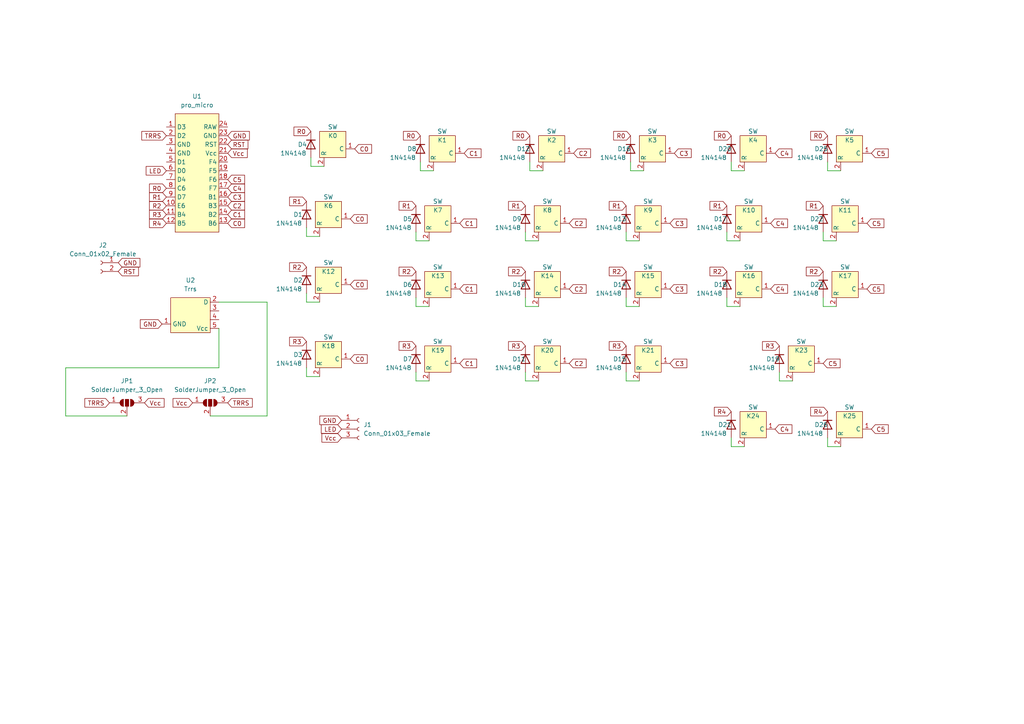
<source format=kicad_sch>
(kicad_sch (version 20211123) (generator eeschema)
  (paper "A4")
  (lib_symbols
    (symbol "Connector:Conn_01x02_Female" (pin_names (offset 1.016) hide)
      (property "Reference" "J" (at 0 2.54 0))
      (property "Value" "Conn_01x02_Female" (at 0 -5.08 0))
      (symbol "Conn_01x02_Female_1_1"
        (arc (start 0 -2.032) (mid -0.508 -2.54) (end 0 -3.048) (stroke (width 0.1524)))
        (polyline (pts (xy -1.27 -2.54) (xy -0.508 -2.54)) (stroke (width 0.1524)))
        (polyline (pts (xy -1.27 0) (xy -0.508 0)) (stroke (width 0.1524)))
        (arc (start 0 0.508) (mid -0.508 0) (end 0 -0.508) (stroke (width 0.1524)))
        (pin passive line (at -5.08 0 0) (length 3.81) (name "Pin_1") (number "1"))
        (pin passive line (at -5.08 -2.54 0) (length 3.81) (name "Pin_2") (number "2"))
      )
    )
    (symbol "Connector:Conn_01x03_Female" (pin_names (offset 1.016) hide)
      (property "Reference" "J" (at 0 5.08 0))
      (property "Value" "Conn_01x03_Female" (at 0 -5.08 0))
      (symbol "Conn_01x03_Female_1_1"
        (arc (start 0 -2.032) (mid -0.508 -2.54) (end 0 -3.048) (stroke (width 0.1524)))
        (polyline (pts (xy -1.27 -2.54) (xy -0.508 -2.54)) (stroke (width 0.1524)))
        (polyline (pts (xy -1.27 0) (xy -0.508 0)) (stroke (width 0.1524)))
        (polyline (pts (xy -1.27 2.54) (xy -0.508 2.54)) (stroke (width 0.1524)))
        (arc (start 0 0.508) (mid -0.508 0) (end 0 -0.508) (stroke (width 0.1524)))
        (arc (start 0 3.048) (mid -0.508 2.54) (end 0 2.032) (stroke (width 0.1524)))
        (pin passive line (at -5.08 2.54 0) (length 3.81) (name "Pin_1") (number "1"))
        (pin passive line (at -5.08 0 0) (length 3.81) (name "Pin_2") (number "2"))
        (pin passive line (at -5.08 -2.54 0) (length 3.81) (name "Pin_3") (number "3"))
      )
    )
    (symbol "Diode:1N4148" (pin_numbers hide) (pin_names (offset 1.016) hide)
      (property "Reference" "D" (at 0 2.54 0))
      (property "Value" "1N4148" (at 0 -2.54 0))
      (symbol "1N4148_0_1"
        (polyline (pts (xy -1.27 1.27) (xy -1.27 -1.27)) (stroke (width 0.254)))
        (polyline (pts (xy 1.27 0) (xy -1.27 0)))
        (polyline (pts (xy 1.27 1.27) (xy 1.27 -1.27) (xy -1.27 0) (xy 1.27 1.27)) (stroke (width 0.254)))
      )
      (symbol "1N4148_1_1"
        (pin passive line (at -3.81 0 0) (length 2.54) (name "K") (number "1"))
        (pin passive line (at 3.81 0 180) (length 2.54) (name "A") (number "2"))
      )
    )
    (symbol "Jumper:SolderJumper_3_Open" (pin_names (offset 0) hide)
      (property "Reference" "JP" (at -2.54 -2.54 0))
      (property "Value" "SolderJumper_3_Open" (at 0 2.794 0))
      (symbol "SolderJumper_3_Open_0_1"
        (arc (start -1.016 1.016) (mid -2.032 0) (end -1.016 -1.016))
        (arc (start -1.016 1.016) (mid -2.032 0) (end -1.016 -1.016) (fill (type outline)))
        (rectangle (start -0.508 1.016) (end 0.508 -1.016) (fill (type outline)))
        (polyline (pts (xy -2.54 0) (xy -2.032 0)))
        (polyline (pts (xy -1.016 1.016) (xy -1.016 -1.016)))
        (polyline (pts (xy 0 -1.27) (xy 0 -1.016)))
        (polyline (pts (xy 1.016 1.016) (xy 1.016 -1.016)))
        (polyline (pts (xy 2.54 0) (xy 2.032 0)))
        (arc (start 1.016 -1.016) (mid 2.032 0) (end 1.016 1.016))
        (arc (start 1.016 -1.016) (mid 2.032 0) (end 1.016 1.016) (fill (type outline)))
      )
      (symbol "SolderJumper_3_Open_1_1"
        (pin passive line (at -5.08 0 0) (length 2.54) (name "A") (number "1"))
        (pin input line (at 0 -3.81 90) (length 2.54) (name "C") (number "2"))
        (pin passive line (at 5.08 0 180) (length 2.54) (name "B") (number "3"))
      )
    )
    (symbol "New_Library:SW"
      (property "Reference" "U" (at 2.54 2.54 0))
      (property "Value" "SW" (at -1.27 2.54 0))
      (symbol "SW_0_1"
        (rectangle (start -3.81 3.81) (end 3.81 -3.81) (fill (type background)))
      )
      (symbol "SW_1_1"
        (pin input line (at 6.35 -1.27 180) (length 2.54) (name "C") (number "1"))
        (pin input line (at -2.54 -6.35 90) (length 2.54) (name "R") (number "2"))
      )
    )
    (symbol "New_Library:Trrs"
      (property "Reference" "U" (at -7.62 1.27 0))
      (property "Value" "Trrs" (at -6.35 3.81 0))
      (symbol "Trrs_0_1"
        (rectangle (start -8.89 5.08) (end 2.54 -5.08) (fill (type background)))
      )
      (symbol "Trrs_1_1"
        (pin input line (at -11.43 -2.54 0) (length 2.54) (name "GND") (number "1"))
        (pin input line (at 5.08 3.81 180) (length 2.54) (name "D") (number "2"))
        (pin input line (at 5.08 1.27 180) (length 2.54) (name "") (number "3"))
        (pin input line (at 5.08 -1.27 180) (length 2.54) (name "") (number "4"))
        (pin input line (at 5.08 -3.81 180) (length 2.54) (name "Vcc") (number "5"))
      )
    )
    (symbol "New_Library:pro_micro"
      (property "Reference" "U" (at 0 12.7 0))
      (property "Value" "pro_micro" (at 0 15.24 0))
      (symbol "pro_micro_0_1"
        (rectangle (start -6.35 16.51) (end 6.35 -17.78) (fill (type background)))
      )
      (symbol "pro_micro_1_1"
        (pin input line (at -8.89 12.7 0) (length 2.54) (name "D3") (number "1"))
        (pin input line (at -8.89 -10.16 0) (length 2.54) (name "E6") (number "10"))
        (pin input line (at -8.89 -12.7 0) (length 2.54) (name "B4") (number "11"))
        (pin input line (at -8.89 -15.24 0) (length 2.54) (name "B5") (number "12"))
        (pin input line (at 8.89 -15.24 180) (length 2.54) (name "B6") (number "13"))
        (pin input line (at 8.89 -12.7 180) (length 2.54) (name "B2") (number "14"))
        (pin input line (at 8.89 -10.16 180) (length 2.54) (name "B3") (number "15"))
        (pin input line (at 8.89 -7.62 180) (length 2.54) (name "B1") (number "16"))
        (pin input line (at 8.89 -5.08 180) (length 2.54) (name "F7") (number "17"))
        (pin input line (at 8.89 -2.54 180) (length 2.54) (name "F6") (number "18"))
        (pin input line (at 8.89 0 180) (length 2.54) (name "F5") (number "19"))
        (pin input line (at -8.89 10.16 0) (length 2.54) (name "D2") (number "2"))
        (pin input line (at 8.89 2.54 180) (length 2.54) (name "F4") (number "20"))
        (pin input line (at 8.89 5.08 180) (length 2.54) (name "Vcc") (number "21"))
        (pin input line (at 8.89 7.62 180) (length 2.54) (name "RST") (number "22"))
        (pin input line (at 8.89 10.16 180) (length 2.54) (name "GND") (number "23"))
        (pin input line (at 8.89 12.7 180) (length 2.54) (name "RAW") (number "24"))
        (pin input line (at -8.89 7.62 0) (length 2.54) (name "GND") (number "3"))
        (pin input line (at -8.89 5.08 0) (length 2.54) (name "GND") (number "4"))
        (pin input line (at -8.89 2.54 0) (length 2.54) (name "D1") (number "5"))
        (pin input line (at -8.89 0 0) (length 2.54) (name "D0") (number "6"))
        (pin input line (at -8.89 -2.54 0) (length 2.54) (name "D4") (number "7"))
        (pin input line (at -8.89 -5.08 0) (length 2.54) (name "C6") (number "8"))
        (pin input line (at -8.89 -7.62 0) (length 2.54) (name "D7") (number "9"))
      )
    )
    (symbol "SW_1"
      (property "Reference" "U" (at 2.54 2.54 0))
      (property "Value" "SW_1" (at -1.27 2.54 0))
      (symbol "SW_1_0_1"
        (rectangle (start -3.81 3.81) (end 3.81 -3.81) (fill (type background)))
      )
      (symbol "SW_1_1_1"
        (pin input line (at 6.35 -1.27 180) (length 2.54) (name "C") (number "1"))
        (pin input line (at -2.54 -6.35 90) (length 2.54) (name "R") (number "2"))
      )
    )
    (symbol "SW_14"
      (property "Reference" "U" (at 2.54 2.54 0))
      (property "Value" "SW_14" (at -1.27 2.54 0))
      (symbol "SW_14_0_1"
        (rectangle (start -3.81 3.81) (end 3.81 -3.81) (fill (type background)))
      )
      (symbol "SW_14_1_1"
        (pin input line (at 6.35 -1.27 180) (length 2.54) (name "C") (number "1"))
        (pin input line (at -2.54 -6.35 90) (length 2.54) (name "R") (number "2"))
      )
    )
    (symbol "SW_2"
      (property "Reference" "U" (at 2.54 2.54 0))
      (property "Value" "SW_2" (at -1.27 2.54 0))
      (symbol "SW_2_0_1"
        (rectangle (start -3.81 3.81) (end 3.81 -3.81) (fill (type background)))
      )
      (symbol "SW_2_1_1"
        (pin input line (at 6.35 -1.27 180) (length 2.54) (name "C") (number "1"))
        (pin input line (at -2.54 -6.35 90) (length 2.54) (name "R") (number "2"))
      )
    )
    (symbol "SW_21"
      (property "Reference" "U" (at 2.54 2.54 0))
      (property "Value" "SW_21" (at -1.27 2.54 0))
      (symbol "SW_21_0_1"
        (rectangle (start -3.81 3.81) (end 3.81 -3.81) (fill (type background)))
      )
      (symbol "SW_21_1_1"
        (pin input line (at 6.35 -1.27 180) (length 2.54) (name "C") (number "1"))
        (pin input line (at -2.54 -6.35 90) (length 2.54) (name "R") (number "2"))
      )
    )
    (symbol "SW_22"
      (property "Reference" "U" (at 2.54 2.54 0))
      (property "Value" "SW_22" (at -1.27 2.54 0))
      (symbol "SW_22_0_1"
        (rectangle (start -3.81 3.81) (end 3.81 -3.81) (fill (type background)))
      )
      (symbol "SW_22_1_1"
        (pin input line (at 6.35 -1.27 180) (length 2.54) (name "C") (number "1"))
        (pin input line (at -2.54 -6.35 90) (length 2.54) (name "R") (number "2"))
      )
    )
    (symbol "SW_24"
      (property "Reference" "U" (at 2.54 2.54 0))
      (property "Value" "SW_24" (at -1.27 2.54 0))
      (symbol "SW_24_0_1"
        (rectangle (start -3.81 3.81) (end 3.81 -3.81) (fill (type background)))
      )
      (symbol "SW_24_1_1"
        (pin input line (at 6.35 -1.27 180) (length 2.54) (name "C") (number "1"))
        (pin input line (at -2.54 -6.35 90) (length 2.54) (name "R") (number "2"))
      )
    )
    (symbol "SW_3"
      (property "Reference" "U" (at 2.54 2.54 0))
      (property "Value" "SW_3" (at -1.27 2.54 0))
      (symbol "SW_3_0_1"
        (rectangle (start -3.81 3.81) (end 3.81 -3.81) (fill (type background)))
      )
      (symbol "SW_3_1_1"
        (pin input line (at 6.35 -1.27 180) (length 2.54) (name "C") (number "1"))
        (pin input line (at -2.54 -6.35 90) (length 2.54) (name "R") (number "2"))
      )
    )
    (symbol "SW_6"
      (property "Reference" "U" (at 2.54 2.54 0))
      (property "Value" "SW_6" (at -1.27 2.54 0))
      (symbol "SW_6_0_1"
        (rectangle (start -3.81 3.81) (end 3.81 -3.81) (fill (type background)))
      )
      (symbol "SW_6_1_1"
        (pin input line (at 6.35 -1.27 180) (length 2.54) (name "C") (number "1"))
        (pin input line (at -2.54 -6.35 90) (length 2.54) (name "R") (number "2"))
      )
    )
    (symbol "SW_7"
      (property "Reference" "U" (at 2.54 2.54 0))
      (property "Value" "SW_7" (at -1.27 2.54 0))
      (symbol "SW_7_0_1"
        (rectangle (start -3.81 3.81) (end 3.81 -3.81) (fill (type background)))
      )
      (symbol "SW_7_1_1"
        (pin input line (at 6.35 -1.27 180) (length 2.54) (name "C") (number "1"))
        (pin input line (at -2.54 -6.35 90) (length 2.54) (name "R") (number "2"))
      )
    )
  )
  (wire (pts (xy 63.5 95.25) (xy 63.5 106.68)))
  (wire (pts (xy 120.65 110.49) (xy 120.65 107.95)))
  (wire (pts (xy 125.73 49.53) (xy 121.92 49.53)))
  (wire (pts (xy 214.63 69.85) (xy 210.82 69.85)))
  (wire (pts (xy 185.42 88.9) (xy 181.61 88.9)))
  (wire (pts (xy 229.87 110.49) (xy 226.06 110.49)))
  (wire (pts (xy 210.82 69.85) (xy 210.82 67.31)))
  (wire (pts (xy 157.48 49.53) (xy 153.67 49.53)))
  (wire (pts (xy 92.71 68.58) (xy 88.9 68.58)))
  (wire (pts (xy 88.9 68.58) (xy 88.9 66.04)))
  (wire (pts (xy 152.4 110.49) (xy 152.4 107.95)))
  (wire (pts (xy 226.06 110.49) (xy 226.06 107.95)))
  (wire (pts (xy 156.21 110.49) (xy 152.4 110.49)))
  (wire (pts (xy 124.46 88.9) (xy 120.65 88.9)))
  (wire (pts (xy 63.5 106.68) (xy 19.05 106.68)))
  (wire (pts (xy 182.88 49.53) (xy 182.88 46.99)))
  (wire (pts (xy 181.61 110.49) (xy 181.61 107.95)))
  (wire (pts (xy 185.42 69.85) (xy 181.61 69.85)))
  (wire (pts (xy 88.9 87.63) (xy 88.9 85.09)))
  (wire (pts (xy 121.92 49.53) (xy 121.92 46.99)))
  (wire (pts (xy 88.9 109.22) (xy 88.9 106.68)))
  (wire (pts (xy 212.09 49.53) (xy 212.09 46.99)))
  (wire (pts (xy 238.76 88.9) (xy 238.76 86.36)))
  (wire (pts (xy 243.84 129.54) (xy 240.03 129.54)))
  (wire (pts (xy 240.03 129.54) (xy 240.03 127)))
  (wire (pts (xy 19.05 106.68) (xy 19.05 120.65)))
  (wire (pts (xy 124.46 110.49) (xy 120.65 110.49)))
  (wire (pts (xy 242.57 69.85) (xy 238.76 69.85)))
  (wire (pts (xy 120.65 69.85) (xy 120.65 67.31)))
  (wire (pts (xy 210.82 88.9) (xy 210.82 86.36)))
  (wire (pts (xy 156.21 88.9) (xy 152.4 88.9)))
  (wire (pts (xy 77.47 120.65) (xy 60.96 120.65)))
  (wire (pts (xy 242.57 88.9) (xy 238.76 88.9)))
  (wire (pts (xy 153.67 49.53) (xy 153.67 46.99)))
  (wire (pts (xy 240.03 49.53) (xy 240.03 46.99)))
  (wire (pts (xy 93.98 48.26) (xy 90.17 48.26)))
  (wire (pts (xy 92.71 87.63) (xy 88.9 87.63)))
  (wire (pts (xy 186.69 49.53) (xy 182.88 49.53)))
  (wire (pts (xy 214.63 88.9) (xy 210.82 88.9)))
  (wire (pts (xy 181.61 69.85) (xy 181.61 67.31)))
  (wire (pts (xy 152.4 69.85) (xy 152.4 67.31)))
  (wire (pts (xy 212.09 129.54) (xy 212.09 127)))
  (wire (pts (xy 185.42 110.49) (xy 181.61 110.49)))
  (wire (pts (xy 120.65 88.9) (xy 120.65 86.36)))
  (wire (pts (xy 215.9 49.53) (xy 212.09 49.53)))
  (wire (pts (xy 90.17 48.26) (xy 90.17 45.72)))
  (wire (pts (xy 243.84 49.53) (xy 240.03 49.53)))
  (wire (pts (xy 19.05 120.65) (xy 36.83 120.65)))
  (wire (pts (xy 181.61 88.9) (xy 181.61 86.36)))
  (wire (pts (xy 238.76 69.85) (xy 238.76 67.31)))
  (wire (pts (xy 92.71 109.22) (xy 88.9 109.22)))
  (wire (pts (xy 63.5 87.63) (xy 77.47 87.63)))
  (wire (pts (xy 152.4 88.9) (xy 152.4 86.36)))
  (wire (pts (xy 124.46 69.85) (xy 120.65 69.85)))
  (wire (pts (xy 156.21 69.85) (xy 152.4 69.85)))
  (wire (pts (xy 77.47 87.63) (xy 77.47 120.65)))
  (wire (pts (xy 215.9 129.54) (xy 212.09 129.54)))
  (global_label "C3" (shape input) (at 66.04 57.15 0) (property "Intersheet References" "${INTERSHEET_REFS}" (effects hide)))
  (global_label "R3" (shape input) (at 181.61 100.33 180) (property "Intersheet References" "${INTERSHEET_REFS}" (effects hide)))
  (global_label "C0" (shape input) (at 101.6 104.14 0) (property "Intersheet References" "${INTERSHEET_REFS}" (effects hide)))
  (global_label "R0" (shape input) (at 240.03 39.37 180) (property "Intersheet References" "${INTERSHEET_REFS}" (effects hide)))
  (global_label "TRRS" (shape input) (at 48.26 39.37 180) (property "Intersheet References" "${INTERSHEET_REFS}" (effects hide)))
  (global_label "R2" (shape input) (at 152.4 78.74 180) (property "Intersheet References" "${INTERSHEET_REFS}" (effects hide)))
  (global_label "C4" (shape input) (at 223.52 64.77 0) (property "Intersheet References" "${INTERSHEET_REFS}" (effects hide)))
  (global_label "GND" (shape input) (at 34.29 76.2 0) (property "Intersheet References" "${INTERSHEET_REFS}" (effects hide)))
  (global_label "R0" (shape input) (at 48.26 54.61 180) (property "Intersheet References" "${INTERSHEET_REFS}" (effects hide)))
  (global_label "R1" (shape input) (at 210.82 59.69 180) (property "Intersheet References" "${INTERSHEET_REFS}" (effects hide)))
  (global_label "R3" (shape input) (at 48.26 62.23 180) (property "Intersheet References" "${INTERSHEET_REFS}" (effects hide)))
  (global_label "R0" (shape input) (at 182.88 39.37 180) (property "Intersheet References" "${INTERSHEET_REFS}" (effects hide)))
  (global_label "C5" (shape input) (at 251.46 83.82 0) (property "Intersheet References" "${INTERSHEET_REFS}" (effects hide)))
  (global_label "Vcc" (shape input) (at 99.06 127 180) (property "Intersheet References" "${INTERSHEET_REFS}" (effects hide)))
  (global_label "Vcc" (shape input) (at 55.88 116.84 180) (property "Intersheet References" "${INTERSHEET_REFS}" (effects hide)))
  (global_label "C4" (shape input) (at 223.52 83.82 0) (property "Intersheet References" "${INTERSHEET_REFS}" (effects hide)))
  (global_label "R0" (shape input) (at 121.92 39.37 180) (property "Intersheet References" "${INTERSHEET_REFS}" (effects hide)))
  (global_label "C2" (shape input) (at 165.1 105.41 0) (property "Intersheet References" "${INTERSHEET_REFS}" (effects hide)))
  (global_label "RST" (shape input) (at 34.29 78.74 0) (property "Intersheet References" "${INTERSHEET_REFS}" (effects hide)))
  (global_label "R3" (shape input) (at 152.4 100.33 180) (property "Intersheet References" "${INTERSHEET_REFS}" (effects hide)))
  (global_label "R2" (shape input) (at 238.76 78.74 180) (property "Intersheet References" "${INTERSHEET_REFS}" (effects hide)))
  (global_label "R2" (shape input) (at 181.61 78.74 180) (property "Intersheet References" "${INTERSHEET_REFS}" (effects hide)))
  (global_label "R1" (shape input) (at 181.61 59.69 180) (property "Intersheet References" "${INTERSHEET_REFS}" (effects hide)))
  (global_label "C0" (shape input) (at 66.04 64.77 0) (property "Intersheet References" "${INTERSHEET_REFS}" (effects hide)))
  (global_label "C3" (shape input) (at 194.31 105.41 0) (property "Intersheet References" "${INTERSHEET_REFS}" (effects hide)))
  (global_label "R2" (shape input) (at 48.26 59.69 180) (property "Intersheet References" "${INTERSHEET_REFS}" (effects hide)))
  (global_label "C4" (shape input) (at 66.04 54.61 0) (property "Intersheet References" "${INTERSHEET_REFS}" (effects hide)))
  (global_label "C2" (shape input) (at 165.1 83.82 0) (property "Intersheet References" "${INTERSHEET_REFS}" (effects hide)))
  (global_label "R3" (shape input) (at 226.06 100.33 180) (property "Intersheet References" "${INTERSHEET_REFS}" (effects hide)))
  (global_label "C5" (shape input) (at 252.73 124.46 0) (property "Intersheet References" "${INTERSHEET_REFS}" (effects hide)))
  (global_label "R1" (shape input) (at 238.76 59.69 180) (property "Intersheet References" "${INTERSHEET_REFS}" (effects hide)))
  (global_label "C5" (shape input) (at 238.76 105.41 0) (property "Intersheet References" "${INTERSHEET_REFS}" (effects hide)))
  (global_label "GND" (shape input) (at 66.04 39.37 0) (property "Intersheet References" "${INTERSHEET_REFS}" (effects hide)))
  (global_label "GND" (shape input) (at 99.06 121.92 180) (property "Intersheet References" "${INTERSHEET_REFS}" (effects hide)))
  (global_label "R1" (shape input) (at 120.65 59.69 180) (property "Intersheet References" "${INTERSHEET_REFS}" (effects hide)))
  (global_label "R1" (shape input) (at 152.4 59.69 180) (property "Intersheet References" "${INTERSHEET_REFS}" (effects hide)))
  (global_label "GND" (shape input) (at 46.99 93.98 180) (property "Intersheet References" "${INTERSHEET_REFS}" (effects hide)))
  (global_label "R0" (shape input) (at 90.17 38.1 180) (property "Intersheet References" "${INTERSHEET_REFS}" (effects hide)))
  (global_label "C3" (shape input) (at 195.58 44.45 0) (property "Intersheet References" "${INTERSHEET_REFS}" (effects hide)))
  (global_label "R2" (shape input) (at 88.9 77.47 180) (property "Intersheet References" "${INTERSHEET_REFS}" (effects hide)))
  (global_label "C2" (shape input) (at 66.04 59.69 0) (property "Intersheet References" "${INTERSHEET_REFS}" (effects hide)))
  (global_label "C4" (shape input) (at 224.79 44.45 0) (property "Intersheet References" "${INTERSHEET_REFS}" (effects hide)))
  (global_label "C1" (shape input) (at 133.35 64.77 0) (property "Intersheet References" "${INTERSHEET_REFS}" (effects hide)))
  (global_label "C5" (shape input) (at 251.46 64.77 0) (property "Intersheet References" "${INTERSHEET_REFS}" (effects hide)))
  (global_label "R1" (shape input) (at 88.9 58.42 180) (property "Intersheet References" "${INTERSHEET_REFS}" (effects hide)))
  (global_label "R4" (shape input) (at 48.26 64.77 180) (property "Intersheet References" "${INTERSHEET_REFS}" (effects hide)))
  (global_label "R3" (shape input) (at 120.65 100.33 180) (property "Intersheet References" "${INTERSHEET_REFS}" (effects hide)))
  (global_label "R1" (shape input) (at 48.26 57.15 180) (property "Intersheet References" "${INTERSHEET_REFS}" (effects hide)))
  (global_label "C0" (shape input) (at 101.6 63.5 0) (property "Intersheet References" "${INTERSHEET_REFS}" (effects hide)))
  (global_label "C1" (shape input) (at 133.35 105.41 0) (property "Intersheet References" "${INTERSHEET_REFS}" (effects hide)))
  (global_label "TRRS" (shape input) (at 31.75 116.84 180) (property "Intersheet References" "${INTERSHEET_REFS}" (effects hide)))
  (global_label "C3" (shape input) (at 194.31 83.82 0) (property "Intersheet References" "${INTERSHEET_REFS}" (effects hide)))
  (global_label "R0" (shape input) (at 212.09 39.37 180) (property "Intersheet References" "${INTERSHEET_REFS}" (effects hide)))
  (global_label "R2" (shape input) (at 120.65 78.74 180) (property "Intersheet References" "${INTERSHEET_REFS}" (effects hide)))
  (global_label "C5" (shape input) (at 252.73 44.45 0) (property "Intersheet References" "${INTERSHEET_REFS}" (effects hide)))
  (global_label "R4" (shape input) (at 240.03 119.38 180) (property "Intersheet References" "${INTERSHEET_REFS}" (effects hide)))
  (global_label "LED" (shape input) (at 99.06 124.46 180) (property "Intersheet References" "${INTERSHEET_REFS}" (effects hide)))
  (global_label "C1" (shape input) (at 66.04 62.23 0) (property "Intersheet References" "${INTERSHEET_REFS}" (effects hide)))
  (global_label "LED" (shape input) (at 48.26 49.53 180) (property "Intersheet References" "${INTERSHEET_REFS}" (effects hide)))
  (global_label "C5" (shape input) (at 66.04 52.07 0) (property "Intersheet References" "${INTERSHEET_REFS}" (effects hide)))
  (global_label "TRRS" (shape input) (at 66.04 116.84 0) (property "Intersheet References" "${INTERSHEET_REFS}" (effects hide)))
  (global_label "C2" (shape input) (at 166.37 44.45 0) (property "Intersheet References" "${INTERSHEET_REFS}" (effects hide)))
  (global_label "C0" (shape input) (at 102.87 43.18 0) (property "Intersheet References" "${INTERSHEET_REFS}" (effects hide)))
  (global_label "R3" (shape input) (at 88.9 99.06 180) (property "Intersheet References" "${INTERSHEET_REFS}" (effects hide)))
  (global_label "C3" (shape input) (at 194.31 64.77 0) (property "Intersheet References" "${INTERSHEET_REFS}" (effects hide)))
  (global_label "Vcc" (shape input) (at 66.04 44.45 0) (property "Intersheet References" "${INTERSHEET_REFS}" (effects hide)))
  (global_label "C1" (shape input) (at 133.35 83.82 0) (property "Intersheet References" "${INTERSHEET_REFS}" (effects hide)))
  (global_label "R2" (shape input) (at 210.82 78.74 180) (property "Intersheet References" "${INTERSHEET_REFS}" (effects hide)))
  (global_label "C0" (shape input) (at 101.6 82.55 0) (property "Intersheet References" "${INTERSHEET_REFS}" (effects hide)))
  (global_label "R0" (shape input) (at 153.67 39.37 180) (property "Intersheet References" "${INTERSHEET_REFS}" (effects hide)))
  (global_label "RST" (shape input) (at 66.04 41.91 0) (property "Intersheet References" "${INTERSHEET_REFS}" (effects hide)))
  (global_label "C1" (shape input) (at 134.62 44.45 0) (property "Intersheet References" "${INTERSHEET_REFS}" (effects hide)))
  (global_label "C2" (shape input) (at 165.1 64.77 0) (property "Intersheet References" "${INTERSHEET_REFS}" (effects hide)))
  (global_label "C4" (shape input) (at 224.79 124.46 0) (property "Intersheet References" "${INTERSHEET_REFS}" (effects hide)))
  (global_label "R4" (shape input) (at 212.09 119.38 180) (property "Intersheet References" "${INTERSHEET_REFS}" (effects hide)))
  (global_label "Vcc" (shape input) (at 41.91 116.84 0) (property "Intersheet References" "${INTERSHEET_REFS}" (effects hide)))
  (symbol (lib_id "New_Library:pro_micro") (at 57.15 49.53 0) (unit 1)
    (property "Reference" "U1" (at 57.15 27.94 0))
    (property "Value" "pro_micro" (at 57.15 30.48 0))
    (property "Footprint" "promicro:ProMicro-EnforcedTop" (effects hide))
  )
  (symbol (lib_id "New_Library:SW") (at 245.11 82.55 0) (unit 1)
    (property "Reference" "K17" (at 245.11 80.01 0))
    (property "Value" "SW" (at 245.11 77.47 0))
    (property "Footprint" "MX_Only:MXOnly-1U-user-split" (effects hide))
  )
  (symbol (lib_id "Diode:1N4148") (at 88.9 81.28 270) (unit 1)
    (property "Reference" "D2" (at 85.09 81.28 90) (effects (justify left)))
    (property "Value" "1N4148" (at 80.01 83.82 90) (effects (justify left)))
    (property "Footprint" "Diode_THT:D_DO-35_SOD27_P7.62mm_Horizontal" (effects hide))
    (property "Datasheet" "https://assets.nexperia.com/documents/data-sheet/1N4148_1N4448.pdf" (effects hide))
  )
  (symbol (lib_id "New_Library:SW") (at 218.44 123.19 0) (unit 1)
    (property "Reference" "K24" (at 218.44 120.65 0))
    (property "Value" "SW" (at 218.44 118.11 0))
    (property "Footprint" "MX_Only:MXOnly-1U-user-split" (effects hide))
  )
  (symbol (lib_id "New_Library:SW") (at 245.11 63.5 0) (unit 1)
    (property "Reference" "K11" (at 245.11 60.96 0))
    (property "Value" "SW" (at 245.11 58.42 0))
    (property "Footprint" "MX_Only:MXOnly-1U-user-split" (effects hide))
  )
  (symbol (lib_id "Diode:1N4148") (at 181.61 63.5 270) (unit 1)
    (property "Reference" "D13" (at 177.8 63.5 90) (effects (justify left)))
    (property "Value" "1N4148" (at 172.72 66.04 90) (effects (justify left)))
    (property "Footprint" "Diode_THT:D_DO-35_SOD27_P7.62mm_Horizontal" (effects hide))
    (property "Datasheet" "https://assets.nexperia.com/documents/data-sheet/1N4148_1N4448.pdf" (effects hide))
  )
  (symbol (lib_id "Diode:1N4148") (at 182.88 43.18 270) (unit 1)
    (property "Reference" "D16" (at 179.07 43.18 90) (effects (justify left)))
    (property "Value" "1N4148" (at 173.99 45.72 90) (effects (justify left)))
    (property "Footprint" "Diode_THT:D_DO-35_SOD27_P7.62mm_Horizontal" (effects hide))
    (property "Datasheet" "https://assets.nexperia.com/documents/data-sheet/1N4148_1N4448.pdf" (effects hide))
  )
  (symbol (lib_id "Jumper:SolderJumper_3_Open") (at 36.83 116.84 0) (unit 1)
    (property "Reference" "JP1" (at 36.83 110.49 0))
    (property "Value" "SolderJumper_3_Open" (at 36.83 113.03 0))
    (property "Footprint" "Jumper:SolderJumper-3_P2.0mm_Open_TrianglePad1.0x1.5mm_NumberLabels" (effects hide))
  )
  (symbol (lib_name "SW_7") (lib_id "New_Library:SW") (at 187.96 82.55 0) (unit 1)
    (property "Reference" "K15" (at 187.96 80.01 0))
    (property "Value" "SW" (at 187.96 77.47 0))
    (property "Footprint" "MX_Only:MXOnly-1U-user-split" (effects hide))
  )
  (symbol (lib_id "Diode:1N4148") (at 152.4 104.14 270) (unit 1)
    (property "Reference" "D11" (at 148.59 104.14 90) (effects (justify left)))
    (property "Value" "1N4148" (at 143.51 106.68 90) (effects (justify left)))
    (property "Footprint" "Diode_THT:D_DO-35_SOD27_P7.62mm_Horizontal" (effects hide))
    (property "Datasheet" "https://assets.nexperia.com/documents/data-sheet/1N4148_1N4448.pdf" (effects hide))
  )
  (symbol (lib_name "SW_21") (lib_id "New_Library:SW") (at 189.23 43.18 0) (unit 1)
    (property "Reference" "K3" (at 189.23 40.64 0))
    (property "Value" "SW" (at 189.23 38.1 0))
    (property "Footprint" "MX_Only:MXOnly-1U-user-split" (effects hide))
  )
  (symbol (lib_id "New_Library:SW") (at 246.38 123.19 0) (unit 1)
    (property "Reference" "K25" (at 246.38 120.65 0))
    (property "Value" "SW" (at 246.38 118.11 0))
    (property "Footprint" "MX_Only:MXOnly-1U-user-split" (effects hide))
  )
  (symbol (lib_name "SW_1") (lib_id "New_Library:SW") (at 96.52 41.91 0) (unit 1)
    (property "Reference" "K0" (at 96.52 39.37 0))
    (property "Value" "SW" (at 96.52 36.83 0))
    (property "Footprint" "MX_Only:MXOnly-1U-user-split" (effects hide))
  )
  (symbol (lib_id "New_Library:SW") (at 158.75 104.14 0) (unit 1)
    (property "Reference" "K20" (at 158.75 101.6 0))
    (property "Value" "SW" (at 158.75 99.06 0))
    (property "Footprint" "MX_Only:MXOnly-1U-user-split" (effects hide))
  )
  (symbol (lib_id "Diode:1N4148") (at 152.4 82.55 270) (unit 1)
    (property "Reference" "D10" (at 148.59 82.55 90) (effects (justify left)))
    (property "Value" "1N4148" (at 143.51 85.09 90) (effects (justify left)))
    (property "Footprint" "Diode_THT:D_DO-35_SOD27_P7.62mm_Horizontal" (effects hide))
    (property "Datasheet" "https://assets.nexperia.com/documents/data-sheet/1N4148_1N4448.pdf" (effects hide))
  )
  (symbol (lib_id "New_Library:SW") (at 232.41 104.14 0) (unit 1)
    (property "Reference" "K23" (at 232.41 101.6 0))
    (property "Value" "SW" (at 232.41 99.06 0))
    (property "Footprint" "MX_Only:MXOnly-1U-user-split" (effects hide))
  )
  (symbol (lib_id "New_Library:SW") (at 217.17 63.5 0) (unit 1)
    (property "Reference" "K10" (at 217.17 60.96 0))
    (property "Value" "SW" (at 217.17 58.42 0))
    (property "Footprint" "MX_Only:MXOnly-1U-user-split" (effects hide))
  )
  (symbol (lib_id "Diode:1N4148") (at 120.65 104.14 270) (unit 1)
    (property "Reference" "D7" (at 116.84 104.14 90) (effects (justify left)))
    (property "Value" "1N4148" (at 111.76 106.68 90) (effects (justify left)))
    (property "Footprint" "Diode_THT:D_DO-35_SOD27_P7.62mm_Horizontal" (effects hide))
    (property "Datasheet" "https://assets.nexperia.com/documents/data-sheet/1N4148_1N4448.pdf" (effects hide))
  )
  (symbol (lib_id "Diode:1N4148") (at 210.82 82.55 270) (unit 1)
    (property "Reference" "D18" (at 207.01 82.55 90) (effects (justify left)))
    (property "Value" "1N4148" (at 201.93 85.09 90) (effects (justify left)))
    (property "Footprint" "Diode_THT:D_DO-35_SOD27_P7.62mm_Horizontal" (effects hide))
    (property "Datasheet" "https://assets.nexperia.com/documents/data-sheet/1N4148_1N4448.pdf" (effects hide))
  )
  (symbol (lib_id "New_Library:Trrs") (at 58.42 91.44 0) (unit 1)
    (property "Reference" "U2" (at 55.245 81.28 0))
    (property "Value" "Trrs" (at 55.245 83.82 0))
    (property "Footprint" "Audio_Module:Trrs_user" (effects hide))
  )
  (symbol (lib_id "Diode:1N4148") (at 88.9 62.23 270) (unit 1)
    (property "Reference" "D1" (at 85.09 62.23 90) (effects (justify left)))
    (property "Value" "1N4148" (at 80.01 64.77 90) (effects (justify left)))
    (property "Footprint" "Diode_THT:D_DO-35_SOD27_P7.62mm_Horizontal" (effects hide))
    (property "Datasheet" "https://assets.nexperia.com/documents/data-sheet/1N4148_1N4448.pdf" (effects hide))
  )
  (symbol (lib_id "Diode:1N4148") (at 153.67 43.18 270) (unit 1)
    (property "Reference" "D12" (at 149.86 43.18 90) (effects (justify left)))
    (property "Value" "1N4148" (at 144.78 45.72 90) (effects (justify left)))
    (property "Footprint" "Diode_THT:D_DO-35_SOD27_P7.62mm_Horizontal" (effects hide))
    (property "Datasheet" "https://assets.nexperia.com/documents/data-sheet/1N4148_1N4448.pdf" (effects hide))
  )
  (symbol (lib_id "New_Library:SW") (at 95.25 81.28 0) (unit 1)
    (property "Reference" "K12" (at 95.25 78.74 0))
    (property "Value" "SW" (at 95.25 76.2 0))
    (property "Footprint" "MX_Only:MXOnly-1U-user-split" (effects hide))
  )
  (symbol (lib_id "Connector:Conn_01x02_Female") (at 29.21 76.2 0) (mirror y) (unit 1)
    (property "Reference" "J2" (at 29.845 71.12 0))
    (property "Value" "Conn_01x02_Female" (at 29.845 73.66 0))
    (property "Footprint" "Connector_PinHeader_2.00mm:PinHeader_1x02_P2.00mm_Vertical" (effects hide))
  )
  (symbol (lib_id "New_Library:SW") (at 127 104.14 0) (unit 1)
    (property "Reference" "K19" (at 127 101.6 0))
    (property "Value" "SW" (at 127 99.06 0))
    (property "Footprint" "MX_Only:MXOnly-1U-user-split" (effects hide))
  )
  (symbol (lib_id "Diode:1N4148") (at 226.06 104.14 270) (unit 1)
    (property "Reference" "D19" (at 222.25 104.14 90) (effects (justify left)))
    (property "Value" "1N4148" (at 217.17 106.68 90) (effects (justify left)))
    (property "Footprint" "Diode_THT:D_DO-35_SOD27_P7.62mm_Horizontal" (effects hide))
    (property "Datasheet" "https://assets.nexperia.com/documents/data-sheet/1N4148_1N4448.pdf" (effects hide))
  )
  (symbol (lib_id "New_Library:SW") (at 246.38 43.18 0) (unit 1)
    (property "Reference" "K5" (at 246.38 40.64 0))
    (property "Value" "SW" (at 246.38 38.1 0))
    (property "Footprint" "MX_Only:MXOnly-1U-user-split" (effects hide))
  )
  (symbol (lib_name "SW_24") (lib_id "New_Library:SW") (at 158.75 63.5 0) (unit 1)
    (property "Reference" "K8" (at 158.75 60.96 0))
    (property "Value" "SW" (at 158.75 58.42 0))
    (property "Footprint" "MX_Only:MXOnly-1U-user-split" (effects hide))
  )
  (symbol (lib_id "Diode:1N4148") (at 212.09 43.18 270) (unit 1)
    (property "Reference" "D20" (at 208.28 43.18 90) (effects (justify left)))
    (property "Value" "1N4148" (at 203.2 45.72 90) (effects (justify left)))
    (property "Footprint" "Diode_THT:D_DO-35_SOD27_P7.62mm_Horizontal" (effects hide))
    (property "Datasheet" "https://assets.nexperia.com/documents/data-sheet/1N4148_1N4448.pdf" (effects hide))
  )
  (symbol (lib_id "Diode:1N4148") (at 120.65 82.55 270) (unit 1)
    (property "Reference" "D6" (at 116.84 82.55 90) (effects (justify left)))
    (property "Value" "1N4148" (at 111.76 85.09 90) (effects (justify left)))
    (property "Footprint" "Diode_THT:D_DO-35_SOD27_P7.62mm_Horizontal" (effects hide))
    (property "Datasheet" "https://assets.nexperia.com/documents/data-sheet/1N4148_1N4448.pdf" (effects hide))
  )
  (symbol (lib_id "Diode:1N4148") (at 120.65 63.5 270) (unit 1)
    (property "Reference" "D5" (at 116.84 63.5 90) (effects (justify left)))
    (property "Value" "1N4148" (at 111.76 66.04 90) (effects (justify left)))
    (property "Footprint" "Diode_THT:D_DO-35_SOD27_P7.62mm_Horizontal" (effects hide))
    (property "Datasheet" "https://assets.nexperia.com/documents/data-sheet/1N4148_1N4448.pdf" (effects hide))
  )
  (symbol (lib_name "SW_2") (lib_id "New_Library:SW") (at 128.27 43.18 0) (unit 1)
    (property "Reference" "K1" (at 128.27 40.64 0))
    (property "Value" "SW" (at 128.27 38.1 0))
    (property "Footprint" "MX_Only:MXOnly-1U-user-split" (effects hide))
  )
  (symbol (lib_id "Diode:1N4148") (at 238.76 63.5 270) (unit 1)
    (property "Reference" "D22" (at 234.95 63.5 90) (effects (justify left)))
    (property "Value" "1N4148" (at 229.87 66.04 90) (effects (justify left)))
    (property "Footprint" "Diode_THT:D_DO-35_SOD27_P7.62mm_Horizontal" (effects hide))
    (property "Datasheet" "https://assets.nexperia.com/documents/data-sheet/1N4148_1N4448.pdf" (effects hide))
  )
  (symbol (lib_id "Connector:Conn_01x03_Female") (at 104.14 124.46 0) (unit 1)
    (property "Reference" "J1" (at 105.41 123.1899 0) (effects (justify left)))
    (property "Value" "Conn_01x03_Female" (at 105.41 125.7299 0) (effects (justify left)))
    (property "Footprint" "Connector_PinHeader_2.54mm:PinHeader_1x03_P2.54mm_Vertical" (effects hide))
  )
  (symbol (lib_id "Diode:1N4148") (at 240.03 123.19 270) (unit 1)
    (property "Reference" "D26" (at 236.22 123.19 90) (effects (justify left)))
    (property "Value" "1N4148" (at 231.14 125.73 90) (effects (justify left)))
    (property "Footprint" "Diode_THT:D_DO-35_SOD27_P7.62mm_Horizontal" (effects hide))
    (property "Datasheet" "https://assets.nexperia.com/documents/data-sheet/1N4148_1N4448.pdf" (effects hide))
  )
  (symbol (lib_id "New_Library:SW") (at 160.02 43.18 0) (unit 1)
    (property "Reference" "K2" (at 160.02 40.64 0))
    (property "Value" "SW" (at 160.02 38.1 0))
    (property "Footprint" "MX_Only:MXOnly-1U-user-split" (effects hide))
  )
  (symbol (lib_id "Diode:1N4148") (at 121.92 43.18 270) (unit 1)
    (property "Reference" "D8" (at 118.11 43.18 90) (effects (justify left)))
    (property "Value" "1N4148" (at 113.03 45.72 90) (effects (justify left)))
    (property "Footprint" "Diode_THT:D_DO-35_SOD27_P7.62mm_Horizontal" (effects hide))
    (property "Datasheet" "https://assets.nexperia.com/documents/data-sheet/1N4148_1N4448.pdf" (effects hide))
  )
  (symbol (lib_id "Diode:1N4148") (at 210.82 63.5 270) (unit 1)
    (property "Reference" "D17" (at 207.01 63.5 90) (effects (justify left)))
    (property "Value" "1N4148" (at 201.93 66.04 90) (effects (justify left)))
    (property "Footprint" "Diode_THT:D_DO-35_SOD27_P7.62mm_Horizontal" (effects hide))
    (property "Datasheet" "https://assets.nexperia.com/documents/data-sheet/1N4148_1N4448.pdf" (effects hide))
  )
  (symbol (lib_id "Diode:1N4148") (at 181.61 82.55 270) (unit 1)
    (property "Reference" "D14" (at 177.8 82.55 90) (effects (justify left)))
    (property "Value" "1N4148" (at 172.72 85.09 90) (effects (justify left)))
    (property "Footprint" "Diode_THT:D_DO-35_SOD27_P7.62mm_Horizontal" (effects hide))
    (property "Datasheet" "https://assets.nexperia.com/documents/data-sheet/1N4148_1N4448.pdf" (effects hide))
  )
  (symbol (lib_id "Diode:1N4148") (at 240.03 43.18 270) (unit 1)
    (property "Reference" "D25" (at 236.22 43.18 90) (effects (justify left)))
    (property "Value" "1N4148" (at 231.14 45.72 90) (effects (justify left)))
    (property "Footprint" "Diode_THT:D_DO-35_SOD27_P7.62mm_Horizontal" (effects hide))
    (property "Datasheet" "https://assets.nexperia.com/documents/data-sheet/1N4148_1N4448.pdf" (effects hide))
  )
  (symbol (lib_name "SW_14") (lib_id "New_Library:SW") (at 127 63.5 0) (unit 1)
    (property "Reference" "K7" (at 127 60.96 0))
    (property "Value" "SW" (at 127 58.42 0))
    (property "Footprint" "MX_Only:MXOnly-1U-user-split" (effects hide))
  )
  (symbol (lib_id "New_Library:SW") (at 158.75 82.55 0) (unit 1)
    (property "Reference" "K14" (at 158.75 80.01 0))
    (property "Value" "SW" (at 158.75 77.47 0))
    (property "Footprint" "MX_Only:MXOnly-1U-user-split" (effects hide))
  )
  (symbol (lib_id "Diode:1N4148") (at 238.76 82.55 270) (unit 1)
    (property "Reference" "D23" (at 234.95 82.55 90) (effects (justify left)))
    (property "Value" "1N4148" (at 229.87 85.09 90) (effects (justify left)))
    (property "Footprint" "Diode_THT:D_DO-35_SOD27_P7.62mm_Horizontal" (effects hide))
    (property "Datasheet" "https://assets.nexperia.com/documents/data-sheet/1N4148_1N4448.pdf" (effects hide))
  )
  (symbol (lib_id "New_Library:SW") (at 217.17 82.55 0) (unit 1)
    (property "Reference" "K16" (at 217.17 80.01 0))
    (property "Value" "SW" (at 217.17 77.47 0))
    (property "Footprint" "MX_Only:MXOnly-1U-user-split" (effects hide))
  )
  (symbol (lib_name "SW_6") (lib_id "New_Library:SW") (at 187.96 104.14 0) (unit 1)
    (property "Reference" "K21" (at 187.96 101.6 0))
    (property "Value" "SW" (at 187.96 99.06 0))
    (property "Footprint" "MX_Only:MXOnly-1U-user-split" (effects hide))
  )
  (symbol (lib_id "New_Library:SW") (at 127 82.55 0) (unit 1)
    (property "Reference" "K13" (at 127 80.01 0))
    (property "Value" "SW" (at 127 77.47 0))
    (property "Footprint" "MX_Only:MXOnly-1U-user-split" (effects hide))
  )
  (symbol (lib_id "Diode:1N4148") (at 181.61 104.14 270) (unit 1)
    (property "Reference" "D15" (at 177.8 104.14 90) (effects (justify left)))
    (property "Value" "1N4148" (at 172.72 106.68 90) (effects (justify left)))
    (property "Footprint" "Diode_THT:D_DO-35_SOD27_P7.62mm_Horizontal" (effects hide))
    (property "Datasheet" "https://assets.nexperia.com/documents/data-sheet/1N4148_1N4448.pdf" (effects hide))
  )
  (symbol (lib_name "SW_22") (lib_id "New_Library:SW") (at 187.96 63.5 0) (unit 1)
    (property "Reference" "K9" (at 187.96 60.96 0))
    (property "Value" "SW" (at 187.96 58.42 0))
    (property "Footprint" "MX_Only:MXOnly-1U-user-split" (effects hide))
  )
  (symbol (lib_id "Diode:1N4148") (at 212.09 123.19 270) (unit 1)
    (property "Reference" "D21" (at 208.28 123.19 90) (effects (justify left)))
    (property "Value" "1N4148" (at 203.2 125.73 90) (effects (justify left)))
    (property "Footprint" "Diode_THT:D_DO-35_SOD27_P7.62mm_Horizontal" (effects hide))
    (property "Datasheet" "https://assets.nexperia.com/documents/data-sheet/1N4148_1N4448.pdf" (effects hide))
  )
  (symbol (lib_id "Diode:1N4148") (at 90.17 41.91 270) (unit 1)
    (property "Reference" "D4" (at 86.36 41.91 90) (effects (justify left)))
    (property "Value" "1N4148" (at 81.28 44.45 90) (effects (justify left)))
    (property "Footprint" "Diode_THT:D_DO-35_SOD27_P7.62mm_Horizontal" (effects hide))
    (property "Datasheet" "https://assets.nexperia.com/documents/data-sheet/1N4148_1N4448.pdf" (effects hide))
  )
  (symbol (lib_id "New_Library:SW") (at 95.25 102.87 0) (unit 1)
    (property "Reference" "K18" (at 95.25 100.33 0))
    (property "Value" "SW" (at 95.25 97.79 0))
    (property "Footprint" "MX_Only:MXOnly-1U-user-split" (effects hide))
  )
  (symbol (lib_id "Diode:1N4148") (at 152.4 63.5 270) (unit 1)
    (property "Reference" "D9" (at 148.59 63.5 90) (effects (justify left)))
    (property "Value" "1N4148" (at 143.51 66.04 90) (effects (justify left)))
    (property "Footprint" "Diode_THT:D_DO-35_SOD27_P7.62mm_Horizontal" (effects hide))
    (property "Datasheet" "https://assets.nexperia.com/documents/data-sheet/1N4148_1N4448.pdf" (effects hide))
  )
  (symbol (lib_id "Jumper:SolderJumper_3_Open") (at 60.96 116.84 0) (unit 1)
    (property "Reference" "JP2" (at 60.96 110.49 0))
    (property "Value" "SolderJumper_3_Open" (at 60.96 113.03 0))
    (property "Footprint" "Jumper:SolderJumper-3_P2.0mm_Open_TrianglePad1.0x1.5mm_NumberLabels" (effects hide))
  )
  (symbol (lib_name "SW_3") (lib_id "New_Library:SW") (at 95.25 62.23 0) (unit 1)
    (property "Reference" "K6" (at 95.25 59.69 0))
    (property "Value" "SW" (at 95.25 57.15 0))
    (property "Footprint" "MX_Only:MXOnly-1U-user-split" (effects hide))
  )
  (symbol (lib_id "New_Library:SW") (at 218.44 43.18 0) (unit 1)
    (property "Reference" "K4" (at 218.44 40.64 0))
    (property "Value" "SW" (at 218.44 38.1 0))
    (property "Footprint" "MX_Only:MXOnly-1U-user-split" (effects hide))
  )
  (symbol (lib_id "Diode:1N4148") (at 88.9 102.87 270) (unit 1)
    (property "Reference" "D3" (at 85.09 102.87 90) (effects (justify left)))
    (property "Value" "1N4148" (at 80.01 105.41 90) (effects (justify left)))
    (property "Footprint" "Diode_THT:D_DO-35_SOD27_P7.62mm_Horizontal" (effects hide))
    (property "Datasheet" "https://assets.nexperia.com/documents/data-sheet/1N4148_1N4448.pdf" (effects hide))
  )
)
</source>
